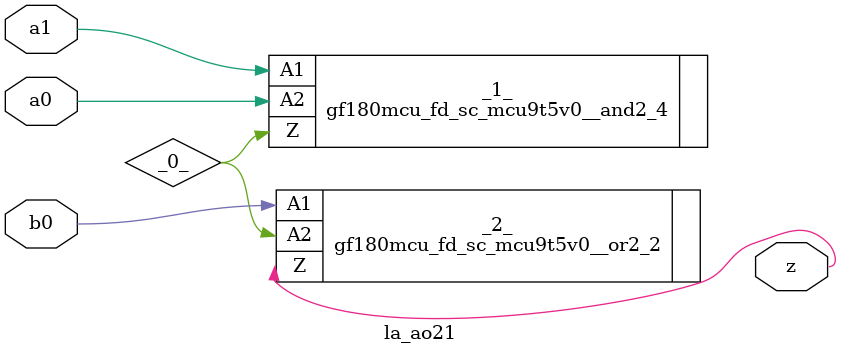
<source format=v>

/* Generated by Yosys 0.37 (git sha1 a5c7f69ed, clang 14.0.0-1ubuntu1.1 -fPIC -Os) */

module la_ao21(a0, a1, b0, z);
  wire _0_;
  input a0;
  wire a0;
  input a1;
  wire a1;
  input b0;
  wire b0;
  output z;
  wire z;
  gf180mcu_fd_sc_mcu9t5v0__and2_4 _1_ (
    .A1(a1),
    .A2(a0),
    .Z(_0_)
  );
  gf180mcu_fd_sc_mcu9t5v0__or2_2 _2_ (
    .A1(b0),
    .A2(_0_),
    .Z(z)
  );
endmodule

</source>
